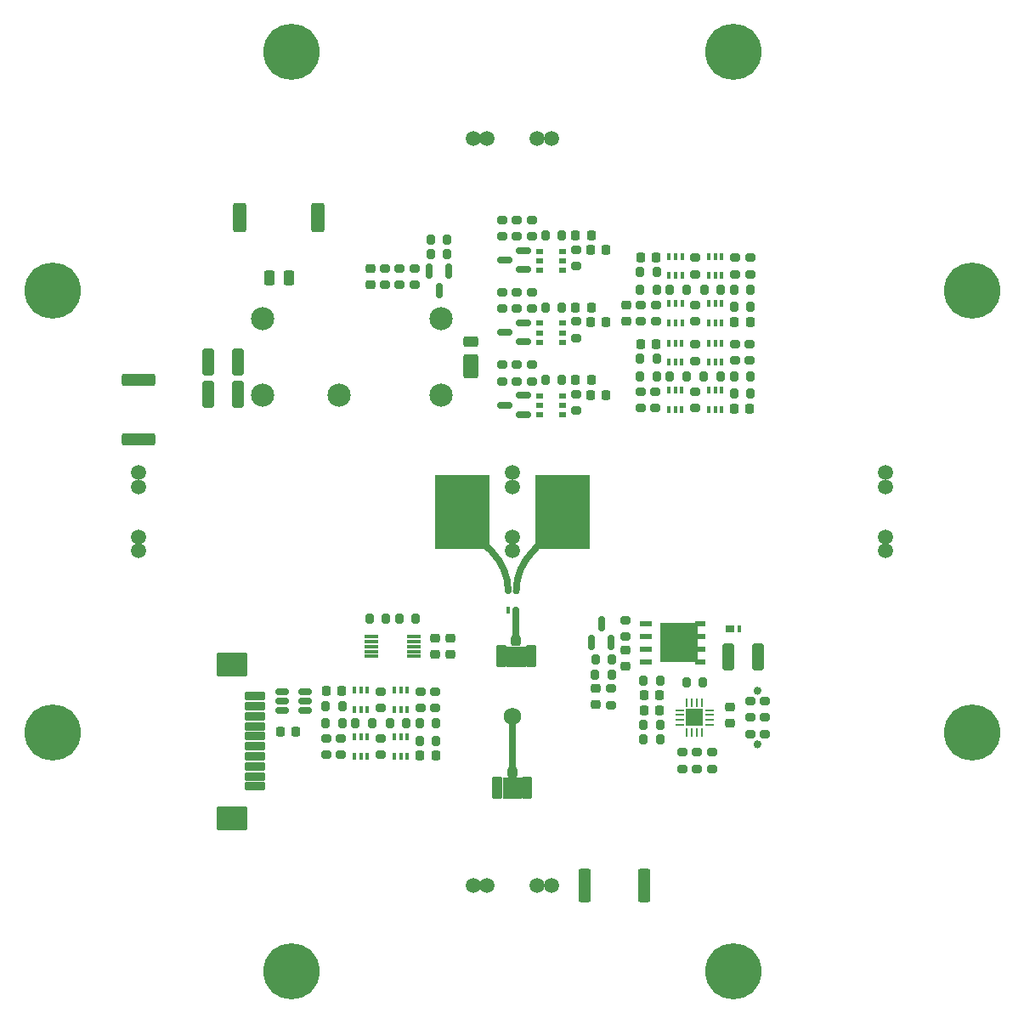
<source format=gbr>
%TF.GenerationSoftware,KiCad,Pcbnew,9.0.1*%
%TF.CreationDate,2025-06-25T17:23:05-04:00*%
%TF.ProjectId,-Z,2d5a2e6b-6963-4616-945f-706362585858,rev?*%
%TF.SameCoordinates,Original*%
%TF.FileFunction,Soldermask,Bot*%
%TF.FilePolarity,Negative*%
%FSLAX46Y46*%
G04 Gerber Fmt 4.6, Leading zero omitted, Abs format (unit mm)*
G04 Created by KiCad (PCBNEW 9.0.1) date 2025-06-25 17:23:05*
%MOMM*%
%LPD*%
G01*
G04 APERTURE LIST*
G04 Aperture macros list*
%AMRoundRect*
0 Rectangle with rounded corners*
0 $1 Rounding radius*
0 $2 $3 $4 $5 $6 $7 $8 $9 X,Y pos of 4 corners*
0 Add a 4 corners polygon primitive as box body*
4,1,4,$2,$3,$4,$5,$6,$7,$8,$9,$2,$3,0*
0 Add four circle primitives for the rounded corners*
1,1,$1+$1,$2,$3*
1,1,$1+$1,$4,$5*
1,1,$1+$1,$6,$7*
1,1,$1+$1,$8,$9*
0 Add four rect primitives between the rounded corners*
20,1,$1+$1,$2,$3,$4,$5,0*
20,1,$1+$1,$4,$5,$6,$7,0*
20,1,$1+$1,$6,$7,$8,$9,0*
20,1,$1+$1,$8,$9,$2,$3,0*%
G04 Aperture macros list end*
%ADD10C,0.381002*%
%ADD11C,0.686258*%
%ADD12C,0.762000*%
%ADD13C,3.800000*%
%ADD14C,5.600000*%
%ADD15C,1.500000*%
%ADD16C,1.727200*%
%ADD17RoundRect,0.225000X0.225000X0.250000X-0.225000X0.250000X-0.225000X-0.250000X0.225000X-0.250000X0*%
%ADD18RoundRect,0.200000X-0.275000X0.200000X-0.275000X-0.200000X0.275000X-0.200000X0.275000X0.200000X0*%
%ADD19R,0.700000X0.510000*%
%ADD20RoundRect,0.200000X0.275000X-0.200000X0.275000X0.200000X-0.275000X0.200000X-0.275000X-0.200000X0*%
%ADD21RoundRect,0.218750X-0.256250X0.218750X-0.256250X-0.218750X0.256250X-0.218750X0.256250X0.218750X0*%
%ADD22RoundRect,0.250000X-0.250000X0.275000X-0.250000X-0.275000X0.250000X-0.275000X0.250000X0.275000X0*%
%ADD23RoundRect,0.250000X-0.275000X0.850000X-0.275000X-0.850000X0.275000X-0.850000X0.275000X0.850000X0*%
%ADD24RoundRect,0.200000X0.200000X0.275000X-0.200000X0.275000X-0.200000X-0.275000X0.200000X-0.275000X0*%
%ADD25RoundRect,0.218750X-0.218750X-0.256250X0.218750X-0.256250X0.218750X0.256250X-0.218750X0.256250X0*%
%ADD26RoundRect,0.100000X0.100000X-0.225000X0.100000X0.225000X-0.100000X0.225000X-0.100000X-0.225000X0*%
%ADD27RoundRect,0.218750X0.218750X0.256250X-0.218750X0.256250X-0.218750X-0.256250X0.218750X-0.256250X0*%
%ADD28RoundRect,0.200000X-0.200000X-0.275000X0.200000X-0.275000X0.200000X0.275000X-0.200000X0.275000X0*%
%ADD29RoundRect,0.225000X0.250000X-0.225000X0.250000X0.225000X-0.250000X0.225000X-0.250000X-0.225000X0*%
%ADD30R,1.422400X0.304800*%
%ADD31RoundRect,0.100000X-0.100000X0.225000X-0.100000X-0.225000X0.100000X-0.225000X0.100000X0.225000X0*%
%ADD32RoundRect,0.250000X-0.300000X-0.475000X0.300000X-0.475000X0.300000X0.475000X-0.300000X0.475000X0*%
%ADD33RoundRect,0.250000X-0.425000X-1.200000X0.425000X-1.200000X0.425000X1.200000X-0.425000X1.200000X0*%
%ADD34RoundRect,0.218750X0.256250X-0.218750X0.256250X0.218750X-0.256250X0.218750X-0.256250X-0.218750X0*%
%ADD35RoundRect,0.150000X0.150000X-0.587500X0.150000X0.587500X-0.150000X0.587500X-0.150000X-0.587500X0*%
%ADD36C,2.304000*%
%ADD37RoundRect,0.225000X-0.225000X-0.250000X0.225000X-0.250000X0.225000X0.250000X-0.225000X0.250000X0*%
%ADD38RoundRect,0.225000X-0.250000X0.225000X-0.250000X-0.225000X0.250000X-0.225000X0.250000X0.225000X0*%
%ADD39RoundRect,0.102000X0.950000X-0.300000X0.950000X0.300000X-0.950000X0.300000X-0.950000X-0.300000X0*%
%ADD40RoundRect,0.102000X1.400000X-1.050000X1.400000X1.050000X-1.400000X1.050000X-1.400000X-1.050000X0*%
%ADD41RoundRect,0.250000X0.325000X1.100000X-0.325000X1.100000X-0.325000X-1.100000X0.325000X-1.100000X0*%
%ADD42RoundRect,0.250000X-1.425000X0.362500X-1.425000X-0.362500X1.425000X-0.362500X1.425000X0.362500X0*%
%ADD43RoundRect,0.250000X0.362500X1.425000X-0.362500X1.425000X-0.362500X-1.425000X0.362500X-1.425000X0*%
%ADD44RoundRect,0.150000X0.587500X0.150000X-0.587500X0.150000X-0.587500X-0.150000X0.587500X-0.150000X0*%
%ADD45R,1.270000X0.610000*%
%ADD46R,3.810000X3.910000*%
%ADD47R,1.020000X0.610000*%
%ADD48RoundRect,0.150000X-0.512500X-0.150000X0.512500X-0.150000X0.512500X0.150000X-0.512500X0.150000X0*%
%ADD49R,0.400000X0.750000*%
%ADD50RoundRect,0.250000X-0.325000X-1.100000X0.325000X-1.100000X0.325000X1.100000X-0.325000X1.100000X0*%
%ADD51RoundRect,0.150000X-0.150000X0.587500X-0.150000X-0.587500X0.150000X-0.587500X0.150000X0.587500X0*%
%ADD52RoundRect,0.075000X-0.390000X-0.275000X0.390000X-0.275000X0.390000X0.275000X-0.390000X0.275000X0*%
%ADD53RoundRect,0.075000X-0.075000X-0.275000X0.075000X-0.275000X0.075000X0.275000X-0.075000X0.275000X0*%
%ADD54R,0.254000X0.812800*%
%ADD55R,0.812800X0.254000*%
%ADD56R,1.752600X1.752600*%
%ADD57RoundRect,0.250000X-0.500000X0.950000X-0.500000X-0.950000X0.500000X-0.950000X0.500000X0.950000X0*%
%ADD58RoundRect,0.250000X-0.500000X0.275000X-0.500000X-0.275000X0.500000X-0.275000X0.500000X0.275000X0*%
G04 APERTURE END LIST*
D10*
X188629302Y-117830802D02*
G75*
G02*
X188248300Y-117830802I-190501J0D01*
G01*
X188248300Y-117830802D02*
G75*
G02*
X188629302Y-117830802I190501J0D01*
G01*
D11*
X161983972Y-103983972D02*
X161100000Y-103100000D01*
X164400001Y-112758199D02*
X164400000Y-109835400D01*
G36*
X156300000Y-96300000D02*
G01*
X161700000Y-96300000D01*
X161700000Y-103700000D01*
X156300000Y-103700000D01*
X156300000Y-96300000D01*
G37*
X161983972Y-103983972D02*
G75*
G02*
X163600025Y-107885399I-3901572J-3901528D01*
G01*
D10*
X188629301Y-123164801D02*
G75*
G02*
X188248299Y-123164801I-190501J0D01*
G01*
X188248299Y-123164801D02*
G75*
G02*
X188629301Y-123164801I190501J0D01*
G01*
G36*
X166300000Y-96300000D02*
G01*
X171700000Y-96300000D01*
X171700000Y-103700000D01*
X166300000Y-103700000D01*
X166300000Y-96300000D01*
G37*
D11*
X166016010Y-103983990D02*
X166600000Y-103400000D01*
X164000001Y-125972600D02*
X164000001Y-120366999D01*
X164400001Y-107885399D02*
G75*
G02*
X166016020Y-103984000I5517399J-1D01*
G01*
%TO.C,J4*%
G36*
X163060001Y-126507599D02*
G01*
X164940001Y-126507599D01*
X164940001Y-128597599D01*
X163060001Y-128597599D01*
X163060001Y-126507599D01*
G37*
%TO.C,J3*%
G36*
X163460001Y-113401200D02*
G01*
X165340001Y-113401200D01*
X165340001Y-115491200D01*
X163460001Y-115491200D01*
X163460001Y-113401200D01*
G37*
%TD*%
D12*
%TO.C,H2*%
X144200001Y-145800000D03*
X143555751Y-147355750D03*
X143555751Y-144244250D03*
X142000001Y-148000000D03*
D13*
X142000001Y-145800000D03*
D14*
X142000001Y-145800000D03*
D12*
X142000001Y-143600000D03*
X140444251Y-147355750D03*
X140444251Y-144244250D03*
X139800001Y-145800000D03*
%TD*%
D15*
%TO.C,JP5*%
X164000001Y-96100000D03*
X164000001Y-97499999D03*
X164000001Y-102499999D03*
X164000001Y-103899998D03*
%TD*%
D12*
%TO.C,H8*%
X212000000Y-121999999D03*
X211355750Y-123555749D03*
X211355750Y-120444249D03*
X209800000Y-124199999D03*
D13*
X209800000Y-121999999D03*
D14*
X209800000Y-121999999D03*
D12*
X209800000Y-119799999D03*
X208244250Y-123555749D03*
X208244250Y-120444249D03*
X207600000Y-121999999D03*
%TD*%
%TO.C,H5*%
X144200001Y-54200000D03*
X143555751Y-55755750D03*
X143555751Y-52644250D03*
X142000001Y-56400000D03*
D13*
X142000001Y-54200000D03*
D14*
X142000001Y-54200000D03*
D12*
X142000001Y-52000000D03*
X140444251Y-55755750D03*
X140444251Y-52644250D03*
X139800001Y-54200000D03*
%TD*%
%TO.C,H7*%
X212000000Y-78000000D03*
X211355750Y-79555750D03*
X211355750Y-76444250D03*
X209800000Y-80200000D03*
D13*
X209800000Y-78000000D03*
D14*
X209800000Y-78000000D03*
D12*
X209800000Y-75800000D03*
X208244250Y-79555750D03*
X208244250Y-76444250D03*
X207600000Y-78000000D03*
%TD*%
D16*
%TO.C,AE3*%
X164000000Y-120400000D03*
%TD*%
D15*
%TO.C,JP1*%
X167900000Y-62789000D03*
X166500001Y-62789000D03*
X161500001Y-62789000D03*
X160100002Y-62789000D03*
%TD*%
D12*
%TO.C,H4*%
X120400001Y-78000000D03*
X119755751Y-79555750D03*
X119755751Y-76444250D03*
X118200001Y-80200000D03*
D13*
X118200001Y-78000000D03*
D14*
X118200001Y-78000000D03*
D12*
X118200001Y-75800000D03*
X116644251Y-79555750D03*
X116644251Y-76444250D03*
X116000001Y-78000000D03*
%TD*%
%TO.C,H3*%
X120400001Y-121999999D03*
X119755751Y-123555749D03*
X119755751Y-120444249D03*
X118200001Y-124199999D03*
D13*
X118200001Y-121999999D03*
D14*
X118200001Y-121999999D03*
D12*
X118200001Y-119799999D03*
X116644251Y-123555749D03*
X116644251Y-120444249D03*
X116000001Y-121999999D03*
%TD*%
D15*
%TO.C,JP4*%
X126789000Y-103899999D03*
X126789000Y-102500000D03*
X126789000Y-97500000D03*
X126789000Y-96100001D03*
%TD*%
D12*
%TO.C,H1*%
X188200000Y-145800000D03*
X187555750Y-147355750D03*
X187555750Y-144244250D03*
X186000000Y-148000000D03*
D13*
X186000000Y-145800000D03*
D14*
X186000000Y-145800000D03*
D12*
X186000000Y-143600000D03*
X184444250Y-147355750D03*
X184444250Y-144244250D03*
X183800000Y-145800000D03*
%TD*%
%TO.C,H6*%
X188200000Y-54200000D03*
X187555750Y-55755750D03*
X187555750Y-52644250D03*
X186000000Y-56400000D03*
D13*
X186000000Y-54200000D03*
D14*
X186000000Y-54200000D03*
D12*
X186000000Y-52000000D03*
X184444250Y-55755750D03*
X184444250Y-52644250D03*
X183800000Y-54200000D03*
%TD*%
D17*
%TO.C,C11*%
X147008600Y-117868399D03*
X145458600Y-117868399D03*
%TD*%
D18*
%TO.C,R68*%
X154894999Y-117907000D03*
X154894999Y-119557000D03*
%TD*%
D19*
%TO.C,Q11*%
X166700801Y-90358200D03*
X166700801Y-89408200D03*
X166700801Y-88458200D03*
X169020801Y-88458200D03*
X169020801Y-89408200D03*
X169020801Y-90358200D03*
%TD*%
D20*
%TO.C,R33*%
X162984001Y-86982000D03*
X162984001Y-85332000D03*
%TD*%
D21*
%TO.C,D6*%
X172339000Y-117625199D03*
X172339000Y-119200201D03*
%TD*%
D18*
%TO.C,R52*%
X187672802Y-83286800D03*
X187672802Y-84936800D03*
%TD*%
%TO.C,R25*%
X165930401Y-78092999D03*
X165930401Y-79742999D03*
%TD*%
D22*
%TO.C,J4*%
X164000001Y-125972599D03*
D23*
X165475001Y-127497599D03*
X162525001Y-127497599D03*
%TD*%
D24*
%TO.C,R75*%
X156416200Y-121068800D03*
X154766200Y-121068800D03*
%TD*%
D25*
%TO.C,F2*%
X170324500Y-72466400D03*
X171899502Y-72466400D03*
%TD*%
D26*
%TO.C,Q15*%
X180906000Y-85112600D03*
X180256000Y-85112599D03*
X179606000Y-85112600D03*
X179606000Y-83212600D03*
X180256000Y-83212601D03*
X180906000Y-83212600D03*
%TD*%
D24*
%TO.C,R51*%
X178735202Y-122707598D03*
X177085202Y-122707598D03*
%TD*%
D20*
%TO.C,R46*%
X189175400Y-122147802D03*
X189175400Y-120497802D03*
%TD*%
D18*
%TO.C,R66*%
X156353200Y-117906999D03*
X156353200Y-119556999D03*
%TD*%
D27*
%TO.C,D5*%
X173372701Y-88366800D03*
X171797699Y-88366800D03*
%TD*%
D20*
%TO.C,R20*%
X164457200Y-72554799D03*
X164457200Y-70904799D03*
%TD*%
D24*
%TO.C,R64*%
X151413800Y-110667999D03*
X149763800Y-110667999D03*
%TD*%
D20*
%TO.C,R47*%
X187702199Y-120497801D03*
X187702199Y-118847801D03*
%TD*%
D28*
%TO.C,R7*%
X176753601Y-76134200D03*
X178403601Y-76134200D03*
%TD*%
%TO.C,R6*%
X176753600Y-77861399D03*
X178403600Y-77861399D03*
%TD*%
D29*
%TO.C,C10*%
X156329201Y-114160800D03*
X156329201Y-112610800D03*
%TD*%
D30*
%TO.C,U4*%
X149941101Y-114411201D03*
X149941101Y-113911199D03*
X149941101Y-113411200D03*
X149941101Y-112911201D03*
X149941101Y-112411199D03*
X154233701Y-112411199D03*
X154233701Y-112911201D03*
X154233701Y-113411200D03*
X154233701Y-113911199D03*
X154233701Y-114411201D03*
%TD*%
D31*
%TO.C,Q21*%
X152248800Y-122455599D03*
X152898800Y-122455600D03*
X153548800Y-122455599D03*
X153548800Y-124355599D03*
X152898800Y-124355598D03*
X152248800Y-124355599D03*
%TD*%
D32*
%TO.C,J2*%
X139780800Y-76675398D03*
X141780800Y-76675398D03*
D33*
X136885800Y-70680399D03*
X144675800Y-70680399D03*
%TD*%
D19*
%TO.C,Q9*%
X166700801Y-83119200D03*
X166700801Y-82169200D03*
X166700801Y-81219200D03*
X169020801Y-81219200D03*
X169020801Y-82169200D03*
X169020801Y-83119200D03*
%TD*%
D20*
%TO.C,R15*%
X152798600Y-77380800D03*
X152798600Y-75730800D03*
%TD*%
%TO.C,R60*%
X178274801Y-89661200D03*
X178274801Y-88011200D03*
%TD*%
D34*
%TO.C,F1*%
X175353801Y-80985700D03*
X175353801Y-79410698D03*
%TD*%
D20*
%TO.C,R27*%
X162984001Y-79743000D03*
X162984001Y-78093000D03*
%TD*%
D35*
%TO.C,Q12*%
X173828701Y-113025600D03*
X171928701Y-113025600D03*
X172878701Y-111150600D03*
%TD*%
D27*
%TO.C,D3*%
X173347301Y-73939599D03*
X171772299Y-73939599D03*
%TD*%
D34*
%TO.C,D2*%
X149852200Y-77343300D03*
X149852200Y-75768298D03*
%TD*%
D18*
%TO.C,R37*%
X173812200Y-117589800D03*
X173812200Y-119239800D03*
%TD*%
D20*
%TO.C,R21*%
X162984001Y-72554800D03*
X162984001Y-70904800D03*
%TD*%
D36*
%TO.C,U2*%
X146793600Y-88417600D03*
X139173600Y-80797600D03*
X139173600Y-88417600D03*
X156953600Y-88417600D03*
X156953600Y-80797600D03*
%TD*%
D17*
%TO.C,C2*%
X178353600Y-74661000D03*
X176803600Y-74661000D03*
%TD*%
D18*
%TO.C,R19*%
X165930401Y-70904799D03*
X165930401Y-72554799D03*
%TD*%
D34*
%TO.C,F6*%
X157802401Y-114173300D03*
X157802401Y-112598298D03*
%TD*%
D28*
%TO.C,R38*%
X172276000Y-116202900D03*
X173926000Y-116202900D03*
%TD*%
D26*
%TO.C,Q20*%
X149586399Y-124355599D03*
X148936399Y-124355598D03*
X148286399Y-124355599D03*
X148286399Y-122455599D03*
X148936399Y-122455600D03*
X149586399Y-122455599D03*
%TD*%
D25*
%TO.C,F4*%
X170324500Y-86893600D03*
X171899502Y-86893600D03*
%TD*%
D17*
%TO.C,C9*%
X178685199Y-119761200D03*
X177135199Y-119761200D03*
%TD*%
D37*
%TO.C,C7*%
X186135800Y-89699799D03*
X187685800Y-89699799D03*
%TD*%
D24*
%TO.C,R4*%
X181375400Y-77861399D03*
X179725400Y-77861399D03*
%TD*%
%TO.C,R18*%
X157535201Y-72847400D03*
X155885201Y-72847400D03*
%TD*%
D28*
%TO.C,R73*%
X151794400Y-121068799D03*
X153444400Y-121068799D03*
%TD*%
D24*
%TO.C,R67*%
X150040799Y-121068800D03*
X148390799Y-121068800D03*
%TD*%
D22*
%TO.C,J3*%
X164400001Y-112866200D03*
D23*
X165875001Y-114391200D03*
X162925001Y-114391200D03*
%TD*%
D26*
%TO.C,Q3*%
X180921001Y-81148200D03*
X180271001Y-81148199D03*
X179621001Y-81148200D03*
X179621001Y-79248200D03*
X180271001Y-79248201D03*
X180921001Y-79248200D03*
%TD*%
D38*
%TO.C,C5*%
X185670201Y-119468799D03*
X185670201Y-121018799D03*
%TD*%
D39*
%TO.C,J1*%
X138398801Y-127359990D03*
X138398801Y-126359990D03*
X138398801Y-125359990D03*
X138398801Y-124359990D03*
X138398801Y-123359991D03*
X138398801Y-122359991D03*
X138398801Y-121359990D03*
X138398801Y-120359990D03*
X138398801Y-119359990D03*
X138398801Y-118359990D03*
D40*
X136048801Y-130509990D03*
X136048801Y-115210010D03*
%TD*%
D15*
%TO.C,JP3*%
X201211001Y-97500000D03*
X201211001Y-96100001D03*
X201211001Y-103899999D03*
X201211001Y-102500000D03*
%TD*%
D25*
%TO.C,F3*%
X170324500Y-79654600D03*
X171899502Y-79654600D03*
%TD*%
D24*
%TO.C,R76*%
X156416199Y-122795999D03*
X154766199Y-122795999D03*
%TD*%
D28*
%TO.C,R28*%
X167315201Y-79654600D03*
X168965201Y-79654600D03*
%TD*%
%TO.C,R41*%
X181340000Y-116992601D03*
X182990000Y-116992601D03*
%TD*%
D20*
%TO.C,R71*%
X150917599Y-119556999D03*
X150917599Y-117906999D03*
%TD*%
D28*
%TO.C,R17*%
X155885201Y-74320600D03*
X157535201Y-74320600D03*
%TD*%
D26*
%TO.C,Q19*%
X149586399Y-119681999D03*
X148936399Y-119681998D03*
X148286399Y-119681999D03*
X148286399Y-117781999D03*
X148936399Y-117782000D03*
X149586399Y-117781999D03*
%TD*%
D17*
%TO.C,C6*%
X178338600Y-83299000D03*
X176788600Y-83299000D03*
%TD*%
D18*
%TO.C,R5*%
X186214600Y-74699599D03*
X186214600Y-76349599D03*
%TD*%
D41*
%TO.C,C14*%
X136646001Y-85115600D03*
X133695999Y-85115600D03*
%TD*%
D17*
%TO.C,C8*%
X178685202Y-118288003D03*
X177135202Y-118288003D03*
%TD*%
D28*
%TO.C,R65*%
X152761001Y-110668000D03*
X154411001Y-110668000D03*
%TD*%
D42*
%TO.C,R30*%
X126789000Y-86877500D03*
X126789000Y-92802500D03*
%TD*%
D18*
%TO.C,R3*%
X187687802Y-74699599D03*
X187687802Y-76349599D03*
%TD*%
D28*
%TO.C,R56*%
X176738600Y-84772199D03*
X178388600Y-84772199D03*
%TD*%
D20*
%TO.C,R9*%
X176816600Y-81023200D03*
X176816600Y-79373200D03*
%TD*%
D31*
%TO.C,Q1*%
X183583400Y-74574599D03*
X184233400Y-74574600D03*
X184883400Y-74574599D03*
X184883400Y-76474599D03*
X184233400Y-76474598D03*
X183583400Y-76474599D03*
%TD*%
D20*
%TO.C,R11*%
X178289801Y-81023200D03*
X178289801Y-79373200D03*
%TD*%
D24*
%TO.C,R13*%
X187750801Y-79603799D03*
X186100801Y-79603799D03*
%TD*%
D19*
%TO.C,Q7*%
X166700801Y-75931000D03*
X166700801Y-74981000D03*
X166700801Y-74031000D03*
X169020801Y-74031000D03*
X169020801Y-74981000D03*
X169020801Y-75931000D03*
%TD*%
D27*
%TO.C,D4*%
X173347301Y-81127799D03*
X171772299Y-81127799D03*
%TD*%
D31*
%TO.C,Q18*%
X152248800Y-117781999D03*
X152898800Y-117782000D03*
X153548800Y-117781999D03*
X153548800Y-119681999D03*
X152898800Y-119681998D03*
X152248800Y-119681999D03*
%TD*%
D43*
%TO.C,R24*%
X177122501Y-137211000D03*
X171197501Y-137211000D03*
%TD*%
D20*
%TO.C,R8*%
X182252200Y-76349599D03*
X182252200Y-74699599D03*
%TD*%
D18*
%TO.C,R31*%
X165930401Y-85331999D03*
X165930401Y-86981999D03*
%TD*%
D31*
%TO.C,Q17*%
X183568400Y-87886199D03*
X184218400Y-87886200D03*
X184868400Y-87886199D03*
X184868400Y-89786199D03*
X184218400Y-89786198D03*
X183568400Y-89786199D03*
%TD*%
D20*
%TO.C,R48*%
X187702201Y-122147802D03*
X187702201Y-120497802D03*
%TD*%
%TO.C,R29*%
X170350000Y-82689400D03*
X170350000Y-81039400D03*
%TD*%
%TO.C,R32*%
X164457200Y-86981999D03*
X164457200Y-85331999D03*
%TD*%
D28*
%TO.C,R22*%
X167315201Y-72466400D03*
X168965201Y-72466400D03*
%TD*%
D18*
%TO.C,R16*%
X154271800Y-75730799D03*
X154271800Y-77380799D03*
%TD*%
%TO.C,R40*%
X175308400Y-110791599D03*
X175308400Y-112441599D03*
%TD*%
%TO.C,R14*%
X182252201Y-79373200D03*
X182252201Y-81023200D03*
%TD*%
D44*
%TO.C,Q8*%
X165115300Y-81168399D03*
X165115300Y-83068399D03*
X163240300Y-82118399D03*
%TD*%
D45*
%TO.C,Q13*%
X177298400Y-114960600D03*
X177298401Y-113690600D03*
X177298401Y-112420600D03*
X177298400Y-111150600D03*
D46*
X180658401Y-113055600D03*
D47*
X182763401Y-111150600D03*
X182763401Y-112420600D03*
X182763401Y-113690600D03*
X182763401Y-114960600D03*
%TD*%
D18*
%TO.C,R63*%
X182237201Y-88011200D03*
X182237201Y-89661200D03*
%TD*%
D20*
%TO.C,R44*%
X183892202Y-125590000D03*
X183892202Y-123940000D03*
%TD*%
D44*
%TO.C,Q10*%
X165115300Y-88407399D03*
X165115300Y-90307399D03*
X163240300Y-89357399D03*
%TD*%
D48*
%TO.C,U5*%
X141114601Y-119796799D03*
X141114601Y-118846800D03*
X141114601Y-117896801D03*
X143389601Y-117896801D03*
X143389601Y-118846800D03*
X143389601Y-119796799D03*
%TD*%
D41*
%TO.C,C15*%
X136646002Y-88324199D03*
X133696000Y-88324199D03*
%TD*%
D20*
%TO.C,R78*%
X151325401Y-77380799D03*
X151325401Y-75730799D03*
%TD*%
D31*
%TO.C,Q14*%
X183568400Y-83212600D03*
X184218400Y-83212601D03*
X184868400Y-83212600D03*
X184868400Y-85112600D03*
X184218400Y-85112599D03*
X183568400Y-85112600D03*
%TD*%
D20*
%TO.C,R23*%
X170350000Y-75526599D03*
X170350000Y-73876599D03*
%TD*%
D24*
%TO.C,R61*%
X187735800Y-86499400D03*
X186085800Y-86499400D03*
%TD*%
D49*
%TO.C,BA1*%
X164400001Y-109835399D03*
X163600001Y-109835399D03*
X163600001Y-107885399D03*
X164400001Y-107885399D03*
%TD*%
D50*
%TO.C,C4*%
X185557767Y-114470275D03*
X188507769Y-114470275D03*
%TD*%
D21*
%TO.C,F5*%
X175308401Y-113800899D03*
X175308401Y-115375901D03*
%TD*%
D20*
%TO.C,R57*%
X182237200Y-84987600D03*
X182237200Y-83337600D03*
%TD*%
D28*
%TO.C,R50*%
X177085199Y-121234400D03*
X178735199Y-121234400D03*
%TD*%
%TO.C,R69*%
X145419000Y-121068799D03*
X147069000Y-121068799D03*
%TD*%
%TO.C,R34*%
X167315201Y-86893600D03*
X168965201Y-86893600D03*
%TD*%
D24*
%TO.C,R39*%
X173932303Y-114729701D03*
X172282303Y-114729701D03*
%TD*%
D51*
%TO.C,Q5*%
X155760201Y-76050099D03*
X157660201Y-76050099D03*
X156710201Y-77925099D03*
%TD*%
D31*
%TO.C,Q4*%
X183583401Y-79248200D03*
X184233401Y-79248201D03*
X184883401Y-79248200D03*
X184883401Y-81148200D03*
X184233401Y-81148199D03*
X183583401Y-81148200D03*
%TD*%
D15*
%TO.C,JP2*%
X161500001Y-137211000D03*
X160100002Y-137211000D03*
X167900000Y-137211000D03*
X166500001Y-137211000D03*
%TD*%
D26*
%TO.C,Q16*%
X180906001Y-89786200D03*
X180256001Y-89786199D03*
X179606001Y-89786200D03*
X179606001Y-87886200D03*
X180256001Y-87886201D03*
X180906001Y-87886200D03*
%TD*%
D20*
%TO.C,R45*%
X189175398Y-120497801D03*
X189175398Y-118847801D03*
%TD*%
%TO.C,R72*%
X145482000Y-124230600D03*
X145482000Y-122580600D03*
%TD*%
D28*
%TO.C,R70*%
X145408600Y-119331400D03*
X147058600Y-119331400D03*
%TD*%
D24*
%TO.C,R49*%
X178735199Y-116814802D03*
X177085199Y-116814802D03*
%TD*%
D20*
%TO.C,R74*%
X146955200Y-124230600D03*
X146955200Y-122580600D03*
%TD*%
D26*
%TO.C,Q2*%
X180921001Y-76474600D03*
X180271001Y-76474599D03*
X179621001Y-76474600D03*
X179621001Y-74574600D03*
X180271001Y-74574601D03*
X180921001Y-74574600D03*
%TD*%
D37*
%TO.C,C12*%
X154816199Y-124269200D03*
X156366199Y-124269200D03*
%TD*%
D24*
%TO.C,R62*%
X187735800Y-88226599D03*
X186085800Y-88226599D03*
%TD*%
D28*
%TO.C,R59*%
X183114000Y-86499400D03*
X184764000Y-86499400D03*
%TD*%
D37*
%TO.C,C3*%
X186150800Y-81061799D03*
X187700800Y-81061799D03*
%TD*%
D18*
%TO.C,R42*%
X180945800Y-123940002D03*
X180945800Y-125590002D03*
%TD*%
D20*
%TO.C,R26*%
X164457200Y-79742999D03*
X164457200Y-78092999D03*
%TD*%
D28*
%TO.C,R55*%
X176738600Y-86499399D03*
X178388600Y-86499399D03*
%TD*%
D44*
%TO.C,Q6*%
X165115300Y-73980199D03*
X165115300Y-75880199D03*
X163240300Y-74930199D03*
%TD*%
D20*
%TO.C,R58*%
X176801600Y-89661200D03*
X176801600Y-88011200D03*
%TD*%
%TO.C,R43*%
X182419001Y-125590000D03*
X182419001Y-123940000D03*
%TD*%
D52*
%TO.C,D7*%
X185706369Y-111676275D03*
D53*
X186591368Y-111676275D03*
%TD*%
D18*
%TO.C,R77*%
X150917599Y-122580599D03*
X150917599Y-124230599D03*
%TD*%
D54*
%TO.C,U3*%
X181414999Y-119024599D03*
X181915000Y-119024599D03*
X182415000Y-119024599D03*
X182915001Y-119024599D03*
D55*
X183638200Y-119747798D03*
X183638200Y-120247799D03*
X183638200Y-120747799D03*
X183638200Y-121247800D03*
D54*
X182915001Y-121970999D03*
X182415000Y-121970999D03*
X181915000Y-121970999D03*
X181414999Y-121970999D03*
D55*
X180691800Y-121247800D03*
X180691800Y-120747799D03*
X180691800Y-120247799D03*
X180691800Y-119747798D03*
D56*
X182165000Y-120497799D03*
%TD*%
D37*
%TO.C,C13*%
X140873001Y-121869400D03*
X142423001Y-121869400D03*
%TD*%
D24*
%TO.C,R53*%
X181360401Y-86499399D03*
X179710401Y-86499399D03*
%TD*%
D18*
%TO.C,R54*%
X186199600Y-83286800D03*
X186199600Y-84936800D03*
%TD*%
D20*
%TO.C,R35*%
X170350001Y-89941600D03*
X170350001Y-88291600D03*
%TD*%
D57*
%TO.C,D1*%
X159910601Y-85457600D03*
D58*
X159910601Y-83082600D03*
%TD*%
D28*
%TO.C,R10*%
X183129000Y-77861400D03*
X184779000Y-77861400D03*
%TD*%
D24*
%TO.C,R12*%
X187750800Y-77861400D03*
X186100800Y-77861400D03*
%TD*%
M02*

</source>
